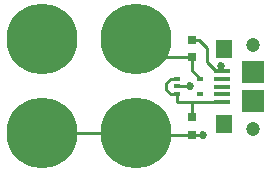
<source format=gtl>
%TF.GenerationSoftware,KiCad,Pcbnew,4.0.5-e0-6337~49~ubuntu16.04.1*%
%TF.CreationDate,2017-05-27T17:45:45-07:00*%
%TF.ProjectId,2x3-USB-Power-Connector,3278332D5553422D506F7765722D436F,v1.1*%
%TF.FileFunction,Copper,L1,Top,Signal*%
%FSLAX46Y46*%
G04 Gerber Fmt 4.6, Leading zero omitted, Abs format (unit mm)*
G04 Created by KiCad (PCBNEW 4.0.5-e0-6337~49~ubuntu16.04.1) date Sat May 27 17:45:45 2017*
%MOMM*%
%LPD*%
G01*
G04 APERTURE LIST*
%ADD10C,0.350000*%
%ADD11R,1.350000X0.400000*%
%ADD12R,1.400000X1.600000*%
%ADD13C,1.200000*%
%ADD14R,1.900000X1.900000*%
%ADD15R,0.750000X0.800000*%
%ADD16R,0.600000X0.420000*%
%ADD17C,6.000000*%
%ADD18C,0.685800*%
%ADD19C,0.254000*%
%ADD20C,0.330200*%
%ADD21C,0.350000*%
G04 APERTURE END LIST*
D10*
D11*
X40079720Y-58435160D03*
X40079720Y-57785160D03*
X40079720Y-57136060D03*
X40079720Y-56485160D03*
X40079720Y-55835160D03*
D12*
X40304720Y-60335160D03*
D13*
X42754720Y-60685160D03*
D14*
X42754720Y-58335160D03*
X42754720Y-55935160D03*
D12*
X40304720Y-53935160D03*
D13*
X42754720Y-53585160D03*
D15*
X37541200Y-59725560D03*
X37541200Y-61225560D03*
X37541200Y-54667280D03*
X37541200Y-53167280D03*
D16*
X36347320Y-56464680D03*
X36347320Y-57764680D03*
X38247320Y-56464680D03*
X36347320Y-57114680D03*
X38247320Y-57764680D03*
D17*
X32867600Y-61097160D03*
X32867600Y-53097160D03*
X24867600Y-53097160D03*
X24867600Y-61097160D03*
D18*
X38475920Y-61234320D03*
X40060880Y-55397400D03*
X37368240Y-57114680D03*
D19*
X32867600Y-61097160D02*
X24867600Y-61097160D01*
X37541200Y-61225560D02*
X38467160Y-61225560D01*
X38467160Y-61225560D02*
X38475920Y-61234320D01*
X37541200Y-61225560D02*
X33049080Y-61225560D01*
X38856920Y-53854000D02*
X38856920Y-55087360D01*
X38856920Y-55087360D02*
X39604720Y-55835160D01*
X39604720Y-55835160D02*
X40079720Y-55835160D01*
X37541200Y-53167280D02*
X38170200Y-53167280D01*
X38170200Y-53167280D02*
X38856920Y-53854000D01*
X40060880Y-55397400D02*
X40060880Y-55816320D01*
X40060880Y-55816320D02*
X40079720Y-55835160D01*
X36347320Y-57114680D02*
X37368240Y-57114680D01*
X37541200Y-54667280D02*
X34636840Y-54667280D01*
X37541200Y-54667280D02*
X37541200Y-55758560D01*
X37541200Y-55758560D02*
X38247320Y-56464680D01*
X38770960Y-58470800D02*
X37541200Y-58470800D01*
X37541200Y-58470800D02*
X36347320Y-58470800D01*
X37541200Y-59725560D02*
X37541200Y-59071560D01*
X37541200Y-59071560D02*
X37541200Y-58470800D01*
X36347320Y-57764680D02*
X36347320Y-58470800D01*
X40079720Y-58435160D02*
X38806600Y-58435160D01*
X38806600Y-58435160D02*
X38770960Y-58470800D01*
X35407600Y-57378960D02*
X35407600Y-56850400D01*
X35407600Y-56850400D02*
X35793320Y-56464680D01*
X35793320Y-56464680D02*
X36347320Y-56464680D01*
X36347320Y-57764680D02*
X35793320Y-57764680D01*
X35793320Y-57764680D02*
X35407600Y-57378960D01*
D20*
X38475920Y-61234320D03*
X40060880Y-55397400D03*
X37368240Y-57114680D03*
D21*
X42754720Y-60685160D03*
X42754720Y-53585160D03*
X32867600Y-61097160D03*
X32867600Y-53097160D03*
X24867600Y-53097160D03*
X24867600Y-61097160D03*
M02*

</source>
